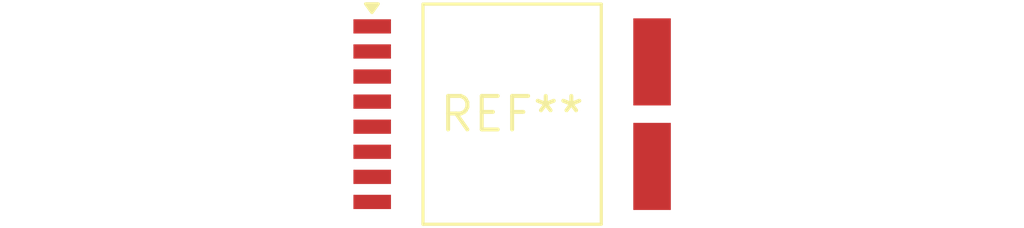
<source format=kicad_pcb>
(kicad_pcb (version 20240108) (generator pcbnew)
  (layers (0 "F.Cu" signal) (31 "B.Cu" signal) (34 "B.Paste" user) (35 "F.Paste" user) (36 "B.SilkS" user "B.Silkscreen") (37 "F.SilkS" user "F.Silkscreen") (38 "B.Mask" user) (39 "F.Mask" user) (44 "Edge.Cuts" user))
  (net 0 "")
  (footprint "AKM_CZ_SSOP-10_6.5x8.1mm_P0.95mm" (layer "F.Cu") (at 0 0)
    (property "Reference" "REF**")
    (property "Value" "AKM_CZ_SSOP-10_6.5x8.1mm_P0.95mm")
    (fp_line (start -3.37 4.17) (end -3.37 -4.17) (layer "F.SilkS") (stroke (width 0.12)))
    (fp_line (start 3.37 -4.17) (end -3.37 -4.17) (layer "F.SilkS") (stroke (width 0.12)))
    (fp_line (start 3.37 -4.17) (end 3.37 4.17) (layer "F.SilkS") (stroke (width 0.12)))
    (fp_line (start 3.37 4.17) (end -3.37 4.17) (layer "F.SilkS") (stroke (width 0.12)))
    (fp_poly (pts (xy -5.3 -3.85) (xy -5.54 -4.18) (xy -5.06 -4.18) (xy -5.3 -3.85)) (layer "F.SilkS") (stroke (width 0.12)) (fill solid))
    (pad "1" smd rect (at -5.29 -3.325) (size 1.42 0.54) (layers "F.Cu" "F.Paste" "F.Mask"))
    (pad "2" smd rect (at -5.29 -2.375) (size 1.42 0.54) (layers "F.Cu" "F.Paste" "F.Mask"))
    (pad "3" smd rect (at -5.29 -1.425) (size 1.42 0.54) (layers "F.Cu" "F.Paste" "F.Mask"))
    (pad "4" smd rect (at -5.29 -0.475) (size 1.42 0.54) (layers "F.Cu" "F.Paste" "F.Mask"))
    (pad "5" smd rect (at -5.29 0.475) (size 1.42 0.54) (layers "F.Cu" "F.Paste" "F.Mask"))
    (pad "6" smd rect (at -5.29 1.425) (size 1.42 0.54) (layers "F.Cu" "F.Paste" "F.Mask"))
    (pad "7" smd rect (at -5.29 2.375) (size 1.42 0.54) (layers "F.Cu" "F.Paste" "F.Mask"))
    (pad "8" smd rect (at -5.29 3.325) (size 1.42 0.54) (layers "F.Cu" "F.Paste" "F.Mask"))
    (pad "9" smd rect (at 5.29 1.98) (size 1.42 3.3) (layers "F.Cu" "F.Paste" "F.Mask"))
    (pad "10" smd rect (at 5.29 -1.98) (size 1.42 3.3) (layers "F.Cu" "F.Paste" "F.Mask"))
  )
)
</source>
